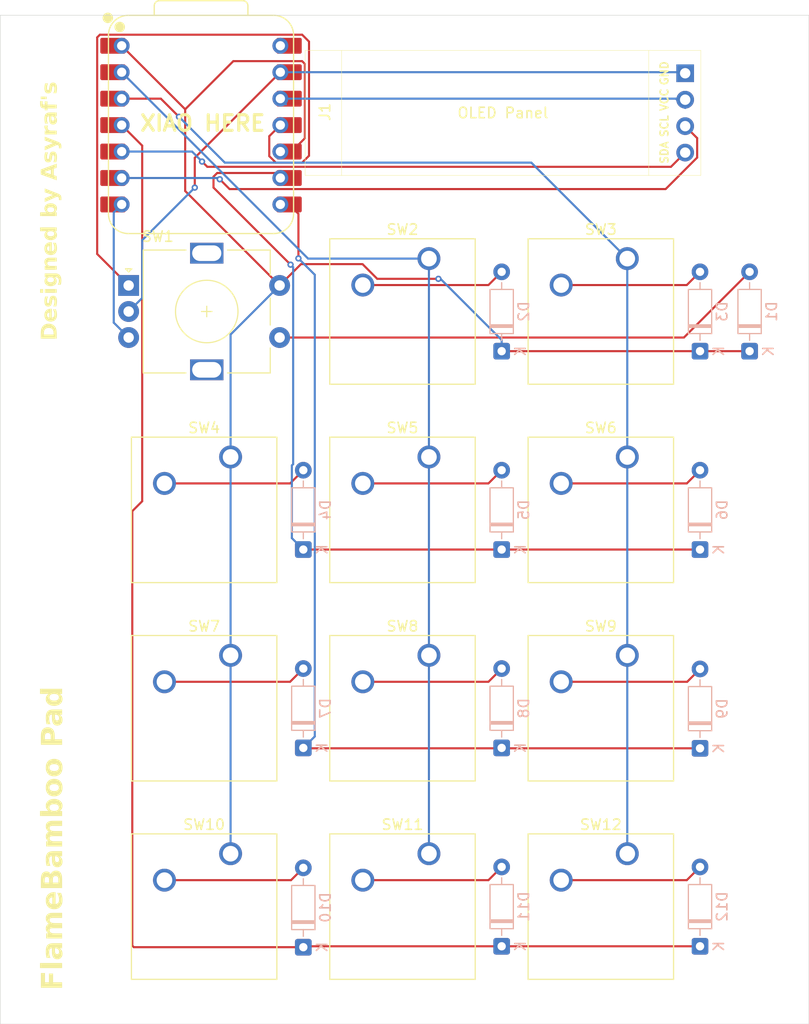
<source format=kicad_pcb>
(kicad_pcb (version 20241229) (generator "pcbnew") (generator_version "9.0")
  (layers (0 "F.Cu" signal) (2 "B.Cu" signal) (13 "F.Paste" user) (15 "B.Paste" user) (5 "F.SilkS" user "F.Silkscreen") (7 "B.SilkS" user "B.Silkscreen") (1 "F.Mask" user) (3 "B.Mask" user) (25 "Edge.Cuts" user))
  (net 0 "")
  (net 1 "+3.3V")
  (net 2 "+5V")
  (net 3 "GND")
  (net 4 "Net-(D3-A)")
  (net 5 "Net-(D4-A)")
  (net 6 "Net-(D5-A)")
  (net 7 "Net-(D6-A)")
  (net 8 "Row 1")
  (net 9 "Net-(D7-A)")
  (net 10 "Net-(D8-A)")
  (net 11 "Net-(D9-A)")
  (net 12 "Row 2")
  (net 13 "Net-(D10-A)")
  (net 14 "Net-(D11-A)")
  (net 15 "Net-(D12-A)")
  (net 16 "Col 0")
  (net 17 "SCL")
  (net 18 "SDA")
  (net 19 "Col 2")
  (net 20 "SW1 A")
  (net 21 "SW1 B")
  (net 22 "Row 3")
  (net 23 "Net-(D1-A)")
  (net 24 "Net-(D2-A)")
  (net 25 "Col 1")
  (footprint "Rotary_Encoder:RotaryEncoder_Alps_EC11E-Switch_Vertical_H20mm" (layer "F.Cu") (at 109.05 79)
    (property "Reference" "SW1" (at 2.8 -4.7 0) (layer "F.SilkS"))
    (property "Value" "RotaryEncoder_Switch")
    (fp_line (start -0.3 -1.6) (end 0.3 -1.6) (stroke (width 0.12)) (layer "F.SilkS"))
    (fp_line (start 0 -1.3) (end -0.3 -1.6) (stroke (width 0.12)) (layer "F.SilkS"))
    (fp_line (start 0.3 -1.6) (end 0 -1.3) (stroke (width 0.12)) (layer "F.SilkS"))
    (fp_line (start 1.4 -3.4) (end 1.4 8.4) (stroke (width 0.12)) (layer "F.SilkS"))
    (fp_line (start 5.5 -3.4) (end 1.4 -3.4) (stroke (width 0.12)) (layer "F.SilkS"))
    (fp_line (start 5.5 8.4) (end 1.4 8.4) (stroke (width 0.12)) (layer "F.SilkS"))
    (fp_line (start 7 2.5) (end 8 2.5) (stroke (width 0.12)) (layer "F.SilkS"))
    (fp_line (start 7.5 2) (end 7.5 3) (stroke (width 0.12)) (layer "F.SilkS"))
    (fp_line (start 9.5 -3.4) (end 13.6 -3.4) (stroke (width 0.12)) (layer "F.SilkS"))
    (fp_line (start 13.6 -3.4) (end 13.6 -1) (stroke (width 0.12)) (layer "F.SilkS"))
    (fp_line (start 13.6 1.2) (end 13.6 3.8) (stroke (width 0.12)) (layer "F.SilkS"))
    (fp_line (start 13.6 6) (end 13.6 8.4) (stroke (width 0.12)) (layer "F.SilkS"))
    (fp_line (start 13.6 8.4) (end 9.5 8.4) (stroke (width 0.12)) (layer "F.SilkS"))
    (fp_circle (center 7.5 2.5) (end 10.5 2.5) (stroke (width 0.12)) (fill no) (layer "F.SilkS"))
    (pad "A" thru_hole rect (at 0 0) (size 2 2) (drill 1) (layers "*.Cu" "*.Mask") (net 20 "SW1 A"))
    (pad "B" thru_hole circle (at 0 5) (size 2 2) (drill 1) (layers "*.Cu" "*.Mask") (net 21 "SW1 B"))
    (pad "C" thru_hole circle (at 0 2.5) (size 2 2) (drill 1) (layers "*.Cu" "*.Mask") (net 3 "GND"))
    (pad "MP" thru_hole rect (at 7.5 -3.1) (size 3.2 2) (drill oval 2.8 1.5) (layers "*.Cu" "*.Mask"))
    (pad "MP" thru_hole rect (at 7.5 8.1) (size 3.2 2) (drill oval 2.8 1.5) (layers "*.Cu" "*.Mask"))
    (pad "S1" thru_hole circle (at 14.5 5) (size 2 2) (drill 1) (layers "*.Cu" "*.Mask") (net 23 "Net-(D1-A)"))
    (pad "S2" thru_hole circle (at 14.5 0) (size 2 2) (drill 1) (layers "*.Cu" "*.Mask") (net 16 "Col 0"))
  )
  (footprint "Button_Switch_Keyboard:SW_Cherry_MX_1.00u_PCB" (layer "F.Cu") (at 118.84 133.57)
    (property "Reference" "SW10" (at -2.54 -2.794 0) (layer "F.SilkS"))
    (property "Value" "SW_Push")
    (fp_line (start -9.525 -1.905) (end 4.445 -1.905) (stroke (width 0.12)) (layer "F.SilkS"))
    (fp_line (start -9.525 12.065) (end -9.525 -1.905) (stroke (width 0.12)) (layer "F.SilkS"))
    (fp_line (start 4.445 -1.905) (end 4.445 12.065) (stroke (width 0.12)) (layer "F.SilkS"))
    (fp_line (start 4.445 12.065) (end -9.525 12.065) (stroke (width 0.12)) (layer "F.SilkS"))
    (pad "" np_thru_hole circle (at -7.62 5.08) (size 1.7 1.7) (drill 1.7) (layers "*.Cu" "*.Mask"))
    (pad "" np_thru_hole circle (at -2.54 5.08) (size 4 4) (drill 4) (layers "*.Cu" "*.Mask"))
    (pad "" np_thru_hole circle (at 2.54 5.08) (size 1.7 1.7) (drill 1.7) (layers "*.Cu" "*.Mask"))
    (pad "1" thru_hole circle (at 0 0) (size 2.2 2.2) (drill 1.5) (layers "*.Cu" "*.Mask") (net 16 "Col 0"))
    (pad "2" thru_hole circle (at -6.35 2.54) (size 2.2 2.2) (drill 1.5) (layers "*.Cu" "*.Mask") (net 13 "Net-(D10-A)"))
  )
  (footprint "Button_Switch_Keyboard:SW_Cherry_MX_1.00u_PCB" (layer "F.Cu") (at 156.94 133.57)
    (property "Reference" "SW12" (at -2.54 -2.794 0) (layer "F.SilkS"))
    (property "Value" "SW_Push")
    (fp_line (start -9.525 -1.905) (end 4.445 -1.905) (stroke (width 0.12)) (layer "F.SilkS"))
    (fp_line (start -9.525 12.065) (end -9.525 -1.905) (stroke (width 0.12)) (layer "F.SilkS"))
    (fp_line (start 4.445 -1.905) (end 4.445 12.065) (stroke (width 0.12)) (layer "F.SilkS"))
    (fp_line (start 4.445 12.065) (end -9.525 12.065) (stroke (width 0.12)) (layer "F.SilkS"))
    (pad "" np_thru_hole circle (at -7.62 5.08) (size 1.7 1.7) (drill 1.7) (layers "*.Cu" "*.Mask"))
    (pad "" np_thru_hole circle (at -2.54 5.08) (size 4 4) (drill 4) (layers "*.Cu" "*.Mask"))
    (pad "" np_thru_hole circle (at 2.54 5.08) (size 1.7 1.7) (drill 1.7) (layers "*.Cu" "*.Mask"))
    (pad "1" thru_hole circle (at 0 0) (size 2.2 2.2) (drill 1.5) (layers "*.Cu" "*.Mask") (net 19 "Col 2"))
    (pad "2" thru_hole circle (at -6.35 2.54) (size 2.2 2.2) (drill 1.5) (layers "*.Cu" "*.Mask") (net 15 "Net-(D12-A)"))
  )
  (footprint "Oled 128x32:SSD1306-0.91-OLED-4pin-128x32" (layer "F.Cu") (at 126 56.43)
    (property "Reference" "J1" (at 1.9 5.91 90) (layer "F.SilkS"))
    (property "Value" "Conn_01x04_Pin")
    (fp_line (start 0 0) (end 0 12) (stroke (width 0.04)) (layer "F.SilkS"))
    (fp_line (start 0 12) (end 38 12) (stroke (width 0.04)) (layer "F.SilkS"))
    (fp_line (start 3.5 0) (end 3.5 12) (stroke (width 0.04)) (layer "F.SilkS"))
    (fp_line (start 33 0) (end 33 12) (stroke (width 0.04)) (layer "F.SilkS"))
    (fp_line (start 38 0) (end 0 0) (stroke (width 0.04)) (layer "F.SilkS"))
    (fp_line (start 38 12) (end 38 0) (stroke (width 0.04)) (layer "F.SilkS"))
    (fp_text user "SDA" (at 34.5 9.81 270) (layer "F.SilkS") (effects (font (size 0.75 0.75))))
    (fp_text user "GND" (at 34.5 2.19 270) (layer "F.SilkS") (effects (font (size 0.75 0.75))))
    (fp_text user "SCL" (at 34.5 7.27 270) (layer "F.SilkS") (effects (font (size 0.75 0.75))))
    (fp_text user "OLED Panel" (at 19 6 0) (layer "F.SilkS"))
    (fp_text user "VCC" (at 34.5 4.73 270) (layer "F.SilkS") (effects (font (size 0.75 0.75))))
    (pad "1" thru_hole rect (at 36.5 2.19) (size 1.7 1.7) (drill 1) (layers "*.Cu" "*.Mask") (net 3 "GND"))
    (pad "2" thru_hole oval (at 36.5 4.73) (size 1.7 1.7) (drill 1) (layers "*.Cu" "*.Mask") (net 1 "+3.3V"))
    (pad "3" thru_hole oval (at 36.5 7.27) (size 1.7 1.7) (drill 1) (layers "*.Cu" "*.Mask") (net 17 "SCL"))
    (pad "4" thru_hole oval (at 36.5 9.81) (size 1.7 1.7) (drill 1) (layers "*.Cu" "*.Mask") (net 18 "SDA"))
  )
  (footprint "Button_Switch_Keyboard:SW_Cherry_MX_1.00u_PCB" (layer "F.Cu") (at 137.89 95.47)
    (property "Reference" "SW5" (at -2.54 -2.794 0) (layer "F.SilkS"))
    (property "Value" "SW_Push")
    (fp_line (start -9.525 -1.905) (end 4.445 -1.905) (stroke (width 0.12)) (layer "F.SilkS"))
    (fp_line (start -9.525 12.065) (end -9.525 -1.905) (stroke (width 0.12)) (layer "F.SilkS"))
    (fp_line (start 4.445 -1.905) (end 4.445 12.065) (stroke (width 0.12)) (layer "F.SilkS"))
    (fp_line (start 4.445 12.065) (end -9.525 12.065) (stroke (width 0.12)) (layer "F.SilkS"))
    (pad "" np_thru_hole circle (at -7.62 5.08) (size 1.7 1.7) (drill 1.7) (layers "*.Cu" "*.Mask"))
    (pad "" np_thru_hole circle (at -2.54 5.08) (size 4 4) (drill 4) (layers "*.Cu" "*.Mask"))
    (pad "" np_thru_hole circle (at 2.54 5.08) (size 1.7 1.7) (drill 1.7) (layers "*.Cu" "*.Mask"))
    (pad "1" thru_hole circle (at 0 0) (size 2.2 2.2) (drill 1.5) (layers "*.Cu" "*.Mask") (net 25 "Col 1"))
    (pad "2" thru_hole circle (at -6.35 2.54) (size 2.2 2.2) (drill 1.5) (layers "*.Cu" "*.Mask") (net 6 "Net-(D5-A)"))
  )
  (footprint "Button_Switch_Keyboard:SW_Cherry_MX_1.00u_PCB" (layer "F.Cu") (at 156.94 76.42)
    (property "Reference" "SW3" (at -2.54 -2.794 0) (layer "F.SilkS"))
    (property "Value" "SW_Push")
    (fp_line (start -9.525 -1.905) (end 4.445 -1.905) (stroke (width 0.12)) (layer "F.SilkS"))
    (fp_line (start -9.525 12.065) (end -9.525 -1.905) (stroke (width 0.12)) (layer "F.SilkS"))
    (fp_line (start 4.445 -1.905) (end 4.445 12.065) (stroke (width 0.12)) (layer "F.SilkS"))
    (fp_line (start 4.445 12.065) (end -9.525 12.065) (stroke (width 0.12)) (layer "F.SilkS"))
    (pad "" np_thru_hole circle (at -7.62 5.08) (size 1.7 1.7) (drill 1.7) (layers "*.Cu" "*.Mask"))
    (pad "" np_thru_hole circle (at -2.54 5.08) (size 4 4) (drill 4) (layers "*.Cu" "*.Mask"))
    (pad "" np_thru_hole circle (at 2.54 5.08) (size 1.7 1.7) (drill 1.7) (layers "*.Cu" "*.Mask"))
    (pad "1" thru_hole circle (at 0 0) (size 2.2 2.2) (drill 1.5) (layers "*.Cu" "*.Mask") (net 19 "Col 2"))
    (pad "2" thru_hole circle (at -6.35 2.54) (size 2.2 2.2) (drill 1.5) (layers "*.Cu" "*.Mask") (net 4 "Net-(D3-A)"))
  )
  (footprint "Button_Switch_Keyboard:SW_Cherry_MX_1.00u_PCB" (layer "F.Cu") (at 118.84 114.52)
    (property "Reference" "SW7" (at -2.54 -2.794 0) (layer "F.SilkS"))
    (property "Value" "SW_Push")
    (fp_line (start -9.525 -1.905) (end 4.445 -1.905) (stroke (width 0.12)) (layer "F.SilkS"))
    (fp_line (start -9.525 12.065) (end -9.525 -1.905) (stroke (width 0.12)) (layer "F.SilkS"))
    (fp_line (start 4.445 -1.905) (end 4.445 12.065) (stroke (width 0.12)) (layer "F.SilkS"))
    (fp_line (start 4.445 12.065) (end -9.525 12.065) (stroke (width 0.12)) (layer "F.SilkS"))
    (pad "" np_thru_hole circle (at -7.62 5.08) (size 1.7 1.7) (drill 1.7) (layers "*.Cu" "*.Mask"))
    (pad "" np_thru_hole circle (at -2.54 5.08) (size 4 4) (drill 4) (layers "*.Cu" "*.Mask"))
    (pad "" np_thru_hole circle (at 2.54 5.08) (size 1.7 1.7) (drill 1.7) (layers "*.Cu" "*.Mask"))
    (pad "1" thru_hole circle (at 0 0) (size 2.2 2.2) (drill 1.5) (layers "*.Cu" "*.Mask") (net 16 "Col 0"))
    (pad "2" thru_hole circle (at -6.35 2.54) (size 2.2 2.2) (drill 1.5) (layers "*.Cu" "*.Mask") (net 9 "Net-(D7-A)"))
  )
  (footprint "Button_Switch_Keyboard:SW_Cherry_MX_1.00u_PCB" (layer "F.Cu") (at 137.89 133.57)
    (property "Reference" "SW11" (at -2.54 -2.794 0) (layer "F.SilkS"))
    (property "Value" "SW_Push")
    (fp_line (start -9.525 -1.905) (end 4.445 -1.905) (stroke (width 0.12)) (layer "F.SilkS"))
    (fp_line (start -9.525 12.065) (end -9.525 -1.905) (stroke (width 0.12)) (layer "F.SilkS"))
    (fp_line (start 4.445 -1.905) (end 4.445 12.065) (stroke (width 0.12)) (layer "F.SilkS"))
    (fp_line (start 4.445 12.065) (end -9.525 12.065) (stroke (width 0.12)) (layer "F.SilkS"))
    (pad "" np_thru_hole circle (at -7.62 5.08) (size 1.7 1.7) (drill 1.7) (layers "*.Cu" "*.Mask"))
    (pad "" np_thru_hole circle (at -2.54 5.08) (size 4 4) (drill 4) (layers "*.Cu" "*.Mask"))
    (pad "" np_thru_hole circle (at 2.54 5.08) (size 1.7 1.7) (drill 1.7) (layers "*.Cu" "*.Mask"))
    (pad "1" thru_hole circle (at 0 0) (size 2.2 2.2) (drill 1.5) (layers "*.Cu" "*.Mask") (net 25 "Col 1"))
    (pad "2" thru_hole circle (at -6.35 2.54) (size 2.2 2.2) (drill 1.5) (layers "*.Cu" "*.Mask") (net 14 "Net-(D11-A)"))
  )
  (footprint "Button_Switch_Keyboard:SW_Cherry_MX_1.00u_PCB" (layer "F.Cu") (at 137.89 76.42)
    (property "Reference" "SW2" (at -2.54 -2.794 0) (layer "F.SilkS"))
    (property "Value" "SW_Push")
    (fp_line (start -9.525 -1.905) (end 4.445 -1.905) (stroke (width 0.12)) (layer "F.SilkS"))
    (fp_line (start -9.525 12.065) (end -9.525 -1.905) (stroke (width 0.12)) (layer "F.SilkS"))
    (fp_line (start 4.445 -1.905) (end 4.445 12.065) (stroke (width 0.12)) (layer "F.SilkS"))
    (fp_line (start 4.445 12.065) (end -9.525 12.065) (stroke (width 0.12)) (layer "F.SilkS"))
    (pad "" np_thru_hole circle (at -7.62 5.08) (size 1.7 1.7) (drill 1.7) (layers "*.Cu" "*.Mask"))
    (pad "" np_thru_hole circle (at -2.54 5.08) (size 4 4) (drill 4) (layers "*.Cu" "*.Mask"))
    (pad "" np_thru_hole circle (at 2.54 5.08) (size 1.7 1.7) (drill 1.7) (layers "*.Cu" "*.Mask"))
    (pad "1" thru_hole circle (at 0 0) (size 2.2 2.2) (drill 1.5) (layers "*.Cu" "*.Mask") (net 25 "Col 1"))
    (pad "2" thru_hole circle (at -6.35 2.54) (size 2.2 2.2) (drill 1.5) (layers "*.Cu" "*.Mask") (net 24 "Net-(D2-A)"))
  )
  (footprint "Button_Switch_Keyboard:SW_Cherry_MX_1.00u_PCB" (layer "F.Cu") (at 156.94 114.52)
    (property "Reference" "SW9" (at -2.54 -2.794 0) (layer "F.SilkS"))
    (property "Value" "SW_Push")
    (fp_line (start -9.525 -1.905) (end 4.445 -1.905) (stroke (width 0.12)) (layer "F.SilkS"))
    (fp_line (start -9.525 12.065) (end -9.525 -1.905) (stroke (width 0.12)) (layer "F.SilkS"))
    (fp_line (start 4.445 -1.905) (end 4.445 12.065) (stroke (width 0.12)) (layer "F.SilkS"))
    (fp_line (start 4.445 12.065) (end -9.525 12.065) (stroke (width 0.12)) (layer "F.SilkS"))
    (pad "" np_thru_hole circle (at -7.62 5.08) (size 1.7 1.7) (drill 1.7) (layers "*.Cu" "*.Mask"))
    (pad "" np_thru_hole circle (at -2.54 5.08) (size 4 4) (drill 4) (layers "*.Cu" "*.Mask"))
    (pad "" np_thru_hole circle (at 2.54 5.08) (size 1.7 1.7) (drill 1.7) (layers "*.Cu" "*.Mask"))
    (pad "1" thru_hole circle (at 0 0) (size 2.2 2.2) (drill 1.5) (layers "*.Cu" "*.Mask") (net 19 "Col 2"))
    (pad "2" thru_hole circle (at -6.35 2.54) (size 2.2 2.2) (drill 1.5) (layers "*.Cu" "*.Mask") (net 11 "Net-(D9-A)"))
  )
  (footprint "Button_Switch_Keyboard:SW_Cherry_MX_1.00u_PCB" (layer "F.Cu") (at 118.84 95.47)
    (property "Reference" "SW4" (at -2.54 -2.794 0) (layer "F.SilkS"))
    (property "Value" "SW_Push")
    (fp_line (start -9.525 -1.905) (end 4.445 -1.905) (stroke (width 0.12)) (layer "F.SilkS"))
    (fp_line (start -9.525 12.065) (end -9.525 -1.905) (stroke (width 0.12)) (layer "F.SilkS"))
    (fp_line (start 4.445 -1.905) (end 4.445 12.065) (stroke (width 0.12)) (layer "F.SilkS"))
    (fp_line (start 4.445 12.065) (end -9.525 12.065) (stroke (width 0.12)) (layer "F.SilkS"))
    (pad "" np_thru_hole circle (at -7.62 5.08) (size 1.7 1.7) (drill 1.7) (layers "*.Cu" "*.Mask"))
    (pad "" np_thru_hole circle (at -2.54 5.08) (size 4 4) (drill 4) (layers "*.Cu" "*.Mask"))
    (pad "" np_thru_hole circle (at 2.54 5.08) (size 1.7 1.7) (drill 1.7) (layers "*.Cu" "*.Mask"))
    (pad "1" thru_hole circle (at 0 0) (size 2.2 2.2) (drill 1.5) (layers "*.Cu" "*.Mask") (net 16 "Col 0"))
    (pad "2" thru_hole circle (at -6.35 2.54) (size 2.2 2.2) (drill 1.5) (layers "*.Cu" "*.Mask") (net 5 "Net-(D4-A)"))
  )
  (footprint "OPL:XIAO-RP2040-DIP" (layer "F.Cu") (at 116 63.6)
    (property "Reference" "U1" (hide yes))
    (property "Value" "XIAO-RP2040-DIP")
    (fp_line (start -8.89 8.509) (end -8.89 -8.636) (stroke (width 0.127)) (layer "F.SilkS"))
    (fp_line (start -6.985 10.414) (end 6.985 10.414) (stroke (width 0.127)) (layer "F.SilkS"))
    (fp_line (start -4.495 -10.541) (end -4.491272 -11.451272) (stroke (width 0.127)) (layer "F.SilkS"))
    (fp_line (start -3.991272 -11.951) (end 4.004 -11.951) (stroke (width 0.127)) (layer "F.SilkS"))
    (fp_line (start 4.504 -11.451) (end 4.504 -10.541) (stroke (width 0.127)) (layer "F.SilkS"))
    (fp_line (start 6.985 -10.541) (end -6.985 -10.541) (stroke (width 0.1)) (layer "F.SilkS"))
    (fp_line (start 6.985 -10.541) (end -6.985 -10.541) (stroke (width 0.127)) (layer "F.SilkS"))
    (fp_line (start 8.89 8.509) (end 8.89 -8.636) (stroke (width 0.127)) (layer "F.SilkS"))
    (fp_arc (start -8.89 -8.636) (mid -8.332038 -9.983038) (end -6.985 -10.541) (stroke (width 0.127)) (layer "F.SilkS"))
    (fp_arc (start -6.985 10.414) (mid -8.332038 9.856038) (end -8.89 8.509) (stroke (width 0.127)) (layer "F.SilkS"))
    (fp_arc (start -4.491272 -11.451272) (mid -4.344728 -11.80464) (end -3.991272 -11.951) (stroke (width 0.127)) (layer "F.SilkS"))
    (fp_arc (start 4.004 -11.951) (mid 4.357553 -11.804553) (end 4.504 -11.451) (stroke (width 0.127)) (layer "F.SilkS"))
    (fp_arc (start 6.985 -10.541) (mid 8.332038 -9.983038) (end 8.89 -8.636) (stroke (width 0.127)) (layer "F.SilkS"))
    (fp_arc (start 8.89 8.509) (mid 8.332038 9.856038) (end 6.985 10.414) (stroke (width 0.127)) (layer "F.SilkS"))
    (fp_circle (center -8.95 -10.3) (end -8.95 -10.554) (stroke (width 0.5)) (fill yes) (layer "F.SilkS"))
    (fp_circle (center -7.807 -9.42) (end -7.807 -9.674) (stroke (width 0.5)) (fill yes) (layer "F.SilkS"))
    (pad "1" smd roundrect (at -8.455 -7.62 180) (size 2.432 1.524) (layers "F.Cu" "F.Mask") (roundrect_rratio 0.1) (net 16 "Col 0"))
    (pad "1" thru_hole circle (at -7.62 -7.62 180) (size 1.524 1.524) (drill 0.889) (layers "*.Cu" "*.Mask") (net 16 "Col 0"))
    (pad "2" smd roundrect (at -8.455 -5.08 180) (size 2.432 1.524) (layers "F.Cu" "F.Mask") (roundrect_rratio 0.1) (net 25 "Col 1"))
    (pad "2" thru_hole circle (at -7.62 -5.08 180) (size 1.524 1.524) (drill 0.889) (layers "*.Cu" "*.Mask") (net 25 "Col 1"))
    (pad "3" smd roundrect (at -8.455 -2.54 180) (size 2.432 1.524) (layers "F.Cu" "F.Mask") (roundrect_rratio 0.1) (net 19 "Col 2"))
    (pad "3" thru_hole circle (at -7.62 -2.54 180) (size 1.524 1.524) (drill 0.889) (layers "*.Cu" "*.Mask") (net 19 "Col 2"))
    (pad "4" smd roundrect (at -8.455 0 180) (size 2.432 1.524) (layers "F.Cu" "F.Mask") (roundrect_rratio 0.1) (net 22 "Row 3"))
    (pad "4" thru_hole circle (at -7.62 0 180) (size 1.524 1.524) (drill 0.889) (layers "*.Cu" "*.Mask") (net 22 "Row 3"))
    (pad "5" smd roundrect (at -8.455 2.54 180) (size 2.432 1.524) (layers "F.Cu" "F.Mask") (roundrect_rratio 0.1) (net 18 "SDA"))
    (pad "5" thru_hole circle (at -7.62 2.54 180) (size 1.524 1.524) (drill 0.889) (layers "*.Cu" "*.Mask") (net 18 "SDA"))
    (pad "6" smd roundrect (at -8.455 5.08 180) (size 2.432 1.524) (layers "F.Cu" "F.Mask") (roundrect_rratio 0.1) (net 17 "SCL"))
    (pad "6" thru_hole circle (at -7.62 5.08 180) (size 1.524 1.524) (drill 0.889) (layers "*.Cu" "*.Mask") (net 17 "SCL"))
    (pad "7" smd roundrect (at -8.455 7.62 180) (size 2.432 1.524) (layers "F.Cu" "F.Mask") (roundrect_rratio 0.1) (net 21 "SW1 B"))
    (pad "7" thru_hole circle (at -7.62 7.62 180) (size 1.524 1.524) (drill 0.889) (layers "*.Cu" "*.Mask") (net 21 "SW1 B"))
    (pad "8" thru_hole circle (at 7.62 7.62) (size 1.524 1.524) (drill 0.889) (layers "*.Cu" "*.Mask") (net 12 "Row 2"))
    (pad "8" smd roundrect (at 8.455 7.62) (size 2.432 1.524) (layers "F.Cu" "F.Mask") (roundrect_rratio 0.1) (net 12 "Row 2"))
    (pad "9" thru_hole circle (at 7.62 5.08) (size 1.524 1.524) (drill 0.889) (layers "*.Cu" "*.Mask") (net 8 "Row 1"))
    (pad "9" smd roundrect (at 8.455 5.08) (size 2.432 1.524) (layers "F.Cu" "F.Mask") (roundrect_rratio 0.1) (net 8 "Row 1"))
    (pad "10" thru_hole circle (at 7.62 2.54) (size 1.524 1.524) (drill 0.889) (layers "*.Cu" "*.Mask") (net 16 "Col 0"))
    (pad "10" smd roundrect (at 8.455 2.54) (size 2.432 1.524) (layers "F.Cu" "F.Mask") (roundrect_rratio 0.1) (net 16 "Col 0"))
    (pad "11" thru_hole circle (at 7.62 0) (size 1.524 1.524) (drill 0.889) (layers "*.Cu" "*.Mask") (net 20 "SW1 A"))
    (pad "11" smd roundrect (at 8.455 0) (size 2.432 1.524) (layers "F.Cu" "F.Mask") (roundrect_rratio 0.1) (net 20 "SW1 A"))
    (pad "12" thru_hole circle (at 7.62 -2.54) (size 1.524 1.524) (drill 0.889) (layers "*.Cu" "*.Mask") (net 1 "+3.3V"))
    (pad "12" smd roundrect (at 8.455 -2.54) (size 2.432 1.524) (layers "F.Cu" "F.Mask") (roundrect_rratio 0.1) (net 1 "+3.3V"))
    (pad "13" thru_hole circle (at 7.62 -5.08) (size 1.524 1.524) (drill 0.889) (layers "*.Cu" "*.Mask") (net 3 "GND"))
    (pad "13" smd roundrect (at 8.455 -5.08) (size 2.432 1.524) (layers "F.Cu" "F.Mask") (roundrect_rratio 0.1) (net 3 "GND"))
    (pad "14" thru_hole circle (at 7.62 -7.62) (size 1.524 1.524) (drill 0.889) (layers "*.Cu" "*.Mask") (net 2 "+5V"))
    (pad "14" smd roundrect (at 8.455 -7.62) (size 2.432 1.524) (layers "F.Cu" "F.Mask") (roundrect_rratio 0.1) (net 2 "+5V"))
  )
  (footprint "Button_Switch_Keyboard:SW_Cherry_MX_1.00u_PCB" (layer "F.Cu") (at 156.94 95.47)
    (property "Reference" "SW6" (at -2.54 -2.794 0) (layer "F.SilkS"))
    (property "Value" "SW_Push")
    (fp_line (start -9.525 -1.905) (end 4.445 -1.905) (stroke (width 0.12)) (layer "F.SilkS"))
    (fp_line (start -9.525 12.065) (end -9.525 -1.905) (stroke (width 0.12)) (layer "F.SilkS"))
    (fp_line (start 4.445 -1.905) (end 4.445 12.065) (stroke (width 0.12)) (layer "F.SilkS"))
    (fp_line (start 4.445 12.065) (end -9.525 12.065) (stroke (width 0.12)) (layer "F.SilkS"))
    (pad "" np_thru_hole circle (at -7.62 5.08) (size 1.7 1.7) (drill 1.7) (layers "*.Cu" "*.Mask"))
    (pad "" np_thru_hole circle (at -2.54 5.08) (size 4 4) (drill 4) (layers "*.Cu" "*.Mask"))
    (pad "" np_thru_hole circle (at 2.54 5.08) (size 1.7 1.7) (drill 1.7) (layers "*.Cu" "*.Mask"))
    (pad "1" thru_hole circle (at 0 0) (size 2.2 2.2) (drill 1.5) (layers "*.Cu" "*.Mask") (net 19 "Col 2"))
    (pad "2" thru_hole circle (at -6.35 2.54) (size 2.2 2.2) (drill 1.5) (layers "*.Cu" "*.Mask") (net 7 "Net-(D6-A)"))
  )
  (footprint "Button_Switch_Keyboard:SW_Cherry_MX_1.00u_PCB" (layer "F.Cu") (at 137.89 114.52)
    (property "Reference" "SW8" (at -2.54 -2.794 0) (layer "F.SilkS"))
    (property "Value" "SW_Push")
    (fp_line (start -9.525 -1.905) (end 4.445 -1.905) (stroke (width 0.12)) (layer "F.SilkS"))
    (fp_line (start -9.525 12.065) (end -9.525 -1.905) (stroke (width 0.12)) (layer "F.SilkS"))
    (fp_line (start 4.445 -1.905) (end 4.445 12.065) (stroke (width 0.12)) (layer "F.SilkS"))
    (fp_line (start 4.445 12.065) (end -9.525 12.065) (stroke (width 0.12)) (layer "F.SilkS"))
    (pad "" np_thru_hole circle (at -7.62 5.08) (size 1.7 1.7) (drill 1.7) (layers "*.Cu" "*.Mask"))
    (pad "" np_thru_hole circle (at -2.54 5.08) (size 4 4) (drill 4) (layers "*.Cu" "*.Mask"))
    (pad "" np_thru_hole circle (at 2.54 5.08) (size 1.7 1.7) (drill 1.7) (layers "*.Cu" "*.Mask"))
    (pad "1" thru_hole circle (at 0 0) (size 2.2 2.2) (drill 1.5) (layers "*.Cu" "*.Mask") (net 25 "Col 1"))
    (pad "2" thru_hole circle (at -6.35 2.54) (size 2.2 2.2) (drill 1.5) (layers "*.Cu" "*.Mask") (net 10 "Net-(D8-A)"))
  )
  (footprint "Diode_THT:D_DO-35_SOD27_P7.62mm_Horizontal" (layer "B.Cu") (at 168.6875 85.31 90)
    (property "Reference" "D1" (at 3.81 2.12 90) (layer "B.SilkS") (effects (justify mirror)))
    (property "Value" "1N4148")
    (fp_line (start 6.58 0) (end 5.93 0) (stroke (width 0.12)) (layer "B.SilkS"))
    (fp_line (start 1.04 0) (end 1.69 0) (stroke (width 0.12)) (layer "B.SilkS"))
    (fp_line (start 2.53 1.12) (end 2.53 -1.12) (stroke (width 0.12)) (layer "B.SilkS"))
    (fp_line (start 2.41 1.12) (end 2.41 -1.12) (stroke (width 0.12)) (layer "B.SilkS"))
    (fp_line (start 2.29 1.12) (end 2.29 -1.12) (stroke (width 0.12)) (layer "B.SilkS"))
    (fp_rect (start 1.69 1.12) (end 5.93 -1.12) (stroke (width 0.12)) (fill no) (layer "B.SilkS"))
    (fp_text user "K" (at 0 1.8 90) (layer "B.SilkS") (effects (justify mirror)))
    (pad "1" thru_hole roundrect (at 0 0 90) (size 1.6 1.6) (drill 0.8) (layers "*.Cu" "*.Mask") (roundrect_rratio 0.15625) (net 16 "Col 0"))
    (pad "2" thru_hole circle (at 7.62 0 90) (size 1.6 1.6) (drill 0.8) (layers "*.Cu" "*.Mask") (net 23 "Net-(D1-A)"))
  )
  (footprint "Diode_THT:D_DO-35_SOD27_P7.62mm_Horizontal" (layer "B.Cu") (at 163.925 104.36 90)
    (property "Reference" "D6" (at 3.81 2.12 90) (layer "B.SilkS") (effects (justify mirror)))
    (property "Value" "1N4148")
    (fp_line (start 6.58 0) (end 5.93 0) (stroke (width 0.12)) (layer "B.SilkS"))
    (fp_line (start 1.04 0) (end 1.69 0) (stroke (width 0.12)) (layer "B.SilkS"))
    (fp_line (start 2.53 1.12) (end 2.53 -1.12) (stroke (width 0.12)) (layer "B.SilkS"))
    (fp_line (start 2.41 1.12) (end 2.41 -1.12) (stroke (width 0.12)) (layer "B.SilkS"))
    (fp_line (start 2.29 1.12) (end 2.29 -1.12) (stroke (width 0.12)) (layer "B.SilkS"))
    (fp_rect (start 1.69 1.12) (end 5.93 -1.12) (stroke (width 0.12)) (fill no) (layer "B.SilkS"))
    (fp_text user "K" (at 0 1.8 90) (layer "B.SilkS") (effects (justify mirror)))
    (pad "1" thru_hole roundrect (at 0 0 90) (size 1.6 1.6) (drill 0.8) (layers "*.Cu" "*.Mask") (roundrect_rratio 0.15625) (net 8 "Row 1"))
    (pad "2" thru_hole circle (at 7.62 0 90) (size 1.6 1.6) (drill 0.8) (layers "*.Cu" "*.Mask") (net 7 "Net-(D6-A)"))
  )
  (footprint "Diode_THT:D_DO-35_SOD27_P7.62mm_Horizontal" (layer "B.Cu") (at 144.875 142.46 90)
    (property "Reference" "D11" (at 3.81 2.12 90) (layer "B.SilkS") (effects (justify mirror)))
    (property "Value" "1N4148")
    (fp_line (start 6.58 0) (end 5.93 0) (stroke (width 0.12)) (layer "B.SilkS"))
    (fp_line (start 1.04 0) (end 1.69 0) (stroke (width 0.12)) (layer "B.SilkS"))
    (fp_line (start 2.53 1.12) (end 2.53 -1.12) (stroke (width 0.12)) (layer "B.SilkS"))
    (fp_line (start 2.41 1.12) (end 2.41 -1.12) (stroke (width 0.12)) (layer "B.SilkS"))
    (fp_line (start 2.29 1.12) (end 2.29 -1.12) (stroke (width 0.12)) (layer "B.SilkS"))
    (fp_rect (start 1.69 1.12) (end 5.93 -1.12) (stroke (width 0.12)) (fill no) (layer "B.SilkS"))
    (fp_text user "K" (at 0 1.8 90) (layer "B.SilkS") (effects (justify mirror)))
    (pad "1" thru_hole roundrect (at 0 0 90) (size 1.6 1.6) (drill 0.8) (layers "*.Cu" "*.Mask") (roundrect_rratio 0.15625) (net 22 "Row 3"))
    (pad "2" thru_hole circle (at 7.62 0 90) (size 1.6 1.6) (drill 0.8) (layers "*.Cu" "*.Mask") (net 14 "Net-(D11-A)"))
  )
  (footprint "Diode_THT:D_DO-35_SOD27_P7.62mm_Horizontal" (layer "B.Cu") (at 125.825 104.36 90)
    (property "Reference" "D4" (at 3.81 2.12 90) (layer "B.SilkS") (effects (justify mirror)))
    (property "Value" "1N4148")
    (fp_line (start 6.58 0) (end 5.93 0) (stroke (width 0.12)) (layer "B.SilkS"))
    (fp_line (start 1.04 0) (end 1.69 0) (stroke (width 0.12)) (layer "B.SilkS"))
    (fp_line (start 2.53 1.12) (end 2.53 -1.12) (stroke (width 0.12)) (layer "B.SilkS"))
    (fp_line (start 2.41 1.12) (end 2.41 -1.12) (stroke (width 0.12)) (layer "B.SilkS"))
    (fp_line (start 2.29 1.12) (end 2.29 -1.12) (stroke (width 0.12)) (layer "B.SilkS"))
    (fp_rect (start 1.69 1.12) (end 5.93 -1.12) (stroke (width 0.12)) (fill no) (layer "B.SilkS"))
    (fp_text user "K" (at 0 1.8 90) (layer "B.SilkS") (effects (justify mirror)))
    (pad "1" thru_hole roundrect (at 0 0 90) (size 1.6 1.6) (drill 0.8) (layers "*.Cu" "*.Mask") (roundrect_rratio 0.15625) (net 8 "Row 1"))
    (pad "2" thru_hole circle (at 7.62 0 90) (size 1.6 1.6) (drill 0.8) (layers "*.Cu" "*.Mask") (net 5 "Net-(D4-A)"))
  )
  (footprint "Diode_THT:D_DO-35_SOD27_P7.62mm_Horizontal" (layer "B.Cu") (at 163.925 142.46 90)
    (property "Reference" "D12" (at 3.81 2.12 90) (layer "B.SilkS") (effects (justify mirror)))
    (property "Value" "1N4148")
    (fp_line (start 6.58 0) (end 5.93 0) (stroke (width 0.12)) (layer "B.SilkS"))
    (fp_line (start 1.04 0) (end 1.69 0) (stroke (width 0.12)) (layer "B.SilkS"))
    (fp_line (start 2.53 1.12) (end 2.53 -1.12) (stroke (width 0.12)) (layer "B.SilkS"))
    (fp_line (start 2.41 1.12) (end 2.41 -1.12) (stroke (width 0.12)) (layer "B.SilkS"))
    (fp_line (start 2.29 1.12) (end 2.29 -1.12) (stroke (width 0.12)) (layer "B.SilkS"))
    (fp_rect (start 1.69 1.12) (end 5.93 -1.12) (stroke (width 0.12)) (fill no) (layer "B.SilkS"))
    (fp_text user "K" (at 0 1.8 90) (layer "B.SilkS") (effects (justify mirror)))
    (pad "1" thru_hole roundrect (at 0 0 90) (size 1.6 1.6) (drill 0.8) (layers "*.Cu" "*.Mask") (roundrect_rratio 0.15625) (net 22 "Row 3"))
    (pad "2" thru_hole circle (at 7.62 0 90) (size 1.6 1.6) (drill 0.8) (layers "*.Cu" "*.Mask") (net 15 "Net-(D12-A)"))
  )
  (footprint "Diode_THT:D_DO-35_SOD27_P7.62mm_Horizontal" (layer "B.Cu") (at 144.875 104.36 90)
    (property "Reference" "D5" (at 3.81 2.12 90) (layer "B.SilkS") (effects (justify mirror)))
    (property "Value" "1N4148")
    (fp_line (start 6.58 0) (end 5.93 0) (stroke (width 0.12)) (layer "B.SilkS"))
    (fp_line (start 1.04 0) (end 1.69 0) (stroke (width 0.12)) (layer "B.SilkS"))
    (fp_line (start 2.53 1.12) (end 2.53 -1.12) (stroke (width 0.12)) (layer "B.SilkS"))
    (fp_line (start 2.41 1.12) (end 2.41 -1.12) (stroke (width 0.12)) (layer "B.SilkS"))
    (fp_line (start 2.29 1.12) (end 2.29 -1.12) (stroke (width 0.12)) (layer "B.SilkS"))
    (fp_rect (start 1.69 1.12) (end 5.93 -1.12) (stroke (width 0.12)) (fill no) (layer "B.SilkS"))
    (fp_text user "K" (at 0 1.8 90) (layer "B.SilkS") (effects (justify mirror)))
    (pad "1" thru_hole roundrect (at 0 0 90) (size 1.6 1.6) (drill 0.8) (layers "*.Cu" "*.Mask") (roundrect_rratio 0.15625) (net 8 "Row 1"))
    (pad "2" thru_hole circle (at 7.62 0 90) (size 1.6 1.6) (drill 0.8) (layers "*.Cu" "*.Mask") (net 6 "Net-(D5-A)"))
  )
  (footprint "Diode_THT:D_DO-35_SOD27_P7.62mm_Horizontal" (layer "B.Cu") (at 163.925 85.31 90)
    (property "Reference" "D3" (at 3.81 2.12 90) (layer "B.SilkS") (effects (justify mirror)))
    (property "Value" "1N4148")
    (fp_line (start 6.58 0) (end 5.93 0) (stroke (width 0.12)) (layer "B.SilkS"))
    (fp_line (start 1.04 0) (end 1.69 0) (stroke (width 0.12)) (layer "B.SilkS"))
    (fp_line (start 2.53 1.12) (end 2.53 -1.12) (stroke (width 0.12)) (layer "B.SilkS"))
    (fp_line (start 2.41 1.12) (end 2.41 -1.12) (stroke (width 0.12)) (layer "B.SilkS"))
    (fp_line (start 2.29 1.12) (end 2.29 -1.12) (stroke (width 0.12)) (layer "B.SilkS"))
    (fp_rect (start 1.69 1.12) (end 5.93 -1.12) (stroke (width 0.12)) (fill no) (layer "B.SilkS"))
    (fp_text user "K" (at 0 1.8 90) (layer "B.SilkS") (effects (justify mirror)))
    (pad "1" thru_hole roundrect (at 0 0 90) (size 1.6 1.6) (drill 0.8) (layers "*.Cu" "*.Mask") (roundrect_rratio 0.15625) (net 16 "Col 0"))
    (pad "2" thru_hole circle (at 7.62 0 90) (size 1.6 1.6) (drill 0.8) (layers "*.Cu" "*.Mask") (net 4 "Net-(D3-A)"))
  )
  (footprint "Diode_THT:D_DO-35_SOD27_P7.62mm_Horizontal" (layer "B.Cu") (at 144.875 85.31 90)
    (property "Reference" "D2" (at 3.81 2.12 90) (layer "B.SilkS") (effects (justify mirror)))
    (property "Value" "1N4148")
    (fp_line (start 6.58 0) (end 5.93 0) (stroke (width 0.12)) (layer "B.SilkS"))
    (fp_line (start 1.04 0) (end 1.69 0) (stroke (width 0.12)) (layer "B.SilkS"))
    (fp_line (start 2.53 1.12) (end 2.53 -1.12) (stroke (width 0.12)) (layer "B.SilkS"))
    (fp_line (start 2.41 1.12) (end 2.41 -1.12) (stroke (width 0.12)) (layer "B.SilkS"))
    (fp_line (start 2.29 1.12) (end 2.29 -1.12) (stroke (width 0.12)) (layer "B.SilkS"))
    (fp_rect (start 1.69 1.12) (end 5.93 -1.12) (stroke (width 0.12)) (fill no) (layer "B.SilkS"))
    (fp_text user "K" (at 0 1.8 90) (layer "B.SilkS") (effects (justify mirror)))
    (pad "1" thru_hole roundrect (at 0 0 90) (size 1.6 1.6) (drill 0.8) (layers "*.Cu" "*.Mask") (roundrect_rratio 0.15625) (net 16 "Col 0"))
    (pad "2" thru_hole circle (at 7.62 0 90) (size 1.6 1.6) (drill 0.8) (layers "*.Cu" "*.Mask") (net 24 "Net-(D2-A)"))
  )
  (footprint "Diode_THT:D_DO-35_SOD27_P7.62mm_Horizontal" (layer "B.Cu") (at 125.825 142.5475 90)
    (property "Reference" "D10" (at 3.81 2.12 90) (layer "B.SilkS") (effects (justify mirror)))
    (property "Value" "1N4148")
    (fp_line (start 6.58 0) (end 5.93 0) (stroke (width 0.12)) (layer "B.SilkS"))
    (fp_line (start 1.04 0) (end 1.69 0) (stroke (width 0.12)) (layer "B.SilkS"))
    (fp_line (start 2.53 1.12) (end 2.53 -1.12) (stroke (width 0.12)) (layer "B.SilkS"))
    (fp_line (start 2.41 1.12) (end 2.41 -1.12) (stroke (width 0.12)) (layer "B.SilkS"))
    (fp_line (start 2.29 1.12) (end 2.29 -1.12) (stroke (width 0.12)) (layer "B.SilkS"))
    (fp_rect (start 1.69 1.12) (end 5.93 -1.12) (stroke (width 0.12)) (fill no) (layer "B.SilkS"))
    (fp_text user "K" (at 0 1.8 90) (layer "B.SilkS") (effects (justify mirror)))
    (pad "1" thru_hole roundrect (at 0 0 90) (size 1.6 1.6) (drill 0.8) (layers "*.Cu" "*.Mask") (roundrect_rratio 0.15625) (net 22 "Row 3"))
    (pad "2" thru_hole circle (at 7.62 0 90) (size 1.6 1.6) (drill 0.8) (layers "*.Cu" "*.Mask") (net 13 "Net-(D10-A)"))
  )
  (footprint "Diode_THT:D_DO-35_SOD27_P7.62mm_Horizontal" (layer "B.Cu") (at 163.925 123.4475 90)
    (property "Reference" "D9" (at 3.81 2.12 90) (layer "B.SilkS") (effects (justify mirror)))
    (property "Value" "1N4148")
    (fp_line (start 6.58 0) (end 5.93 0) (stroke (width 0.12)) (layer "B.SilkS"))
    (fp_line (start 1.04 0) (end 1.69 0) (stroke (width 0.12)) (layer "B.SilkS"))
    (fp_line (start 2.53 1.12) (end 2.53 -1.12) (stroke (width 0.12)) (layer "B.SilkS"))
    (fp_line (start 2.41 1.12) (end 2.41 -1.12) (stroke (width 0.12)) (layer "B.SilkS"))
    (fp_line (start 2.29 1.12) (end 2.29 -1.12) (stroke (width 0.12)) (layer "B.SilkS"))
    (fp_rect (start 1.69 1.12) (end 5.93 -1.12) (stroke (width 0.12)) (fill no) (layer "B.SilkS"))
    (fp_text user "K" (at 0 1.8 90) (layer "B.SilkS") (effects (justify mirror)))
    (pad "1" thru_hole roundrect (at 0 0 90) (size 1.6 1.6) (drill 0.8) (layers "*.Cu" "*.Mask") (roundrect_rratio 0.15625) (net 12 "Row 2"))
    (pad "2" thru_hole circle (at 7.62 0 90) (size 1.6 1.6) (drill 0.8) (layers "*.Cu" "*.Mask") (net 11 "Net-(D9-A)"))
  )
  (footprint "Diode_THT:D_DO-35_SOD27_P7.62mm_Horizontal" (layer "B.Cu") (at 125.825 123.41 90)
    (property "Reference" "D7" (at 3.81 2.12 90) (layer "B.SilkS") (effects (justify mirror)))
    (property "Value" "1N4148")
    (fp_line (start 6.58 0) (end 5.93 0) (stroke (width 0.12)) (layer "B.SilkS"))
    (fp_line (start 1.04 0) (end 1.69 0) (stroke (width 0.12)) (layer "B.SilkS"))
    (fp_line (start 2.53 1.12) (end 2.53 -1.12) (stroke (width 0.12)) (layer "B.SilkS"))
    (fp_line (start 2.41 1.12) (end 2.41 -1.12) (stroke (width 0.12)) (layer "B.SilkS"))
    (fp_line (start 2.29 1.12) (end 2.29 -1.12) (stroke (width 0.12)) (layer "B.SilkS"))
    (fp_rect (start 1.69 1.12) (end 5.93 -1.12) (stroke (width 0.12)) (fill no) (layer "B.SilkS"))
    (fp_text user "K" (at 0 1.8 90) (layer "B.SilkS") (effects (justify mirror)))
    (pad "1" thru_hole roundrect (at 0 0 90) (size 1.6 1.6) (drill 0.8) (layers "*.Cu" "*.Mask") (roundrect_rratio 0.15625) (net 12 "Row 2"))
    (pad "2" thru_hole circle (at 7.62 0 90) (size 1.6 1.6) (drill 0.8) (layers "*.Cu" "*.Mask") (net 9 "Net-(D7-A)"))
  )
  (footprint "Diode_THT:D_DO-35_SOD27_P7.62mm_Horizontal" (layer "B.Cu") (at 144.875 123.41 90)
    (property "Reference" "D8" (at 3.81 2.12 90) (layer "B.SilkS") (effects (justify mirror)))
    (property "Value" "1N4148")
    (fp_line (start 6.58 0) (end 5.93 0) (stroke (width 0.12)) (layer "B.SilkS"))
    (fp_line (start 1.04 0) (end 1.69 0) (stroke (width 0.12)) (layer "B.SilkS"))
    (fp_line (start 2.53 1.12) (end 2.53 -1.12) (stroke (width 0.12)) (layer "B.SilkS"))
    (fp_line (start 2.41 1.12) (end 2.41 -1.12) (stroke (width 0.12)) (layer "B.SilkS"))
    (fp_line (start 2.29 1.12) (end 2.29 -1.12) (stroke (width 0.12)) (layer "B.SilkS"))
    (fp_rect (start 1.69 1.12) (end 5.93 -1.12) (stroke (width 0.12)) (fill no) (layer "B.SilkS"))
    (fp_text user "K" (at 0 1.8 90) (layer "B.SilkS") (effects (justify mirror)))
    (pad "1" thru_hole roundrect (at 0 0 90) (size 1.6 1.6) (drill 0.8) (layers "*.Cu" "*.Mask") (roundrect_rratio 0.15625) (net 12 "Row 2"))
    (pad "2" thru_hole circle (at 7.62 0 90) (size 1.6 1.6) (drill 0.8) (layers "*.Cu" "*.Mask") (net 10 "Net-(D8-A)"))
  )
  (gr_rect (start 96.71875 53.05) (end 174.38125 149.93125) (stroke (width 0.05)) (fill no) (layer "Edge.Cuts"))
  (gr_text "XIAO HERE" (at 110 64.3 0) (layer "F.SilkS") (effects (font (size 1.5 1.5) (thickness 0.3) (bold yes)) (justify left bottom)))
  (gr_text "Designed by Asyraf's" (at 102.39375 84.3 90) (layer "F.SilkS") (effects (font (size 1.5 1.5) (thickness 0.3) (bold yes)) (justify left bottom)))
  (gr_text "FlameBamboo Pad" (at 103 146.7 90) (layer "F.SilkS") (effects (font (size 2 2) (thickness 0.3) (bold yes)) (justify left bottom)))
  (segment (start 123.62 61.06) (end 162.4 61.06) (width 0.2) (layer "B.Cu") (net 1))
  (segment (start 162.4 61.06) (end 162.5 61.16) (width 0.2) (layer "B.Cu") (net 1))
  (segment (start 123.62 61.06) (end 124.16 61.6) (width 0.2) (layer "B.Cu") (net 1))
  (segment (start 161.6 61.06) (end 162.5 61.96) (width 0.2) (layer "B.Cu") (net 1))
  (segment (start 123.62 58.52) (end 115.4 66.74) (width 0.2) (layer "F.Cu") (net 3))
  (segment (start 115.4 66.74) (end 115.4 69.6) (width 0.2) (layer "F.Cu") (net 3))
  (via (at 115.4 69.6) (size 0.6) (drill 0.3) (layers "F.Cu" "B.Cu") (net 3))
  (segment (start 110.351 74.649) (end 110.351 80.199) (width 0.2) (layer "B.Cu") (net 3))
  (segment (start 110.351 80.199) (end 109.05 81.5) (width 0.2) (layer "B.Cu") (net 3))
  (segment (start 162.4 58.52) (end 162.5 58.62) (width 0.2) (layer "B.Cu") (net 3))
  (segment (start 123.62 58.52) (end 162.4 58.52) (width 0.2) (layer "B.Cu") (net 3))
  (segment (start 123.805 58.705) (end 123.62 58.52) (width 0.2) (layer "B.Cu") (net 3))
  (segment (start 115.4 69.6) (end 110.351 74.649) (width 0.2) (layer "B.Cu") (net 3))
  (segment (start 150.59 78.96) (end 162.655 78.96) (width 0.2) (layer "F.Cu") (net 4))
  (segment (start 162.655 78.96) (end 163.925 77.69) (width 0.2) (layer "F.Cu") (net 4))
  (segment (start 163.925 77.69) (end 163.5575 78.0575) (width 0.2) (layer "F.Cu") (net 4))
  (segment (start 124.555 98.01) (end 125.825 96.74) (width 0.2) (layer "F.Cu") (net 5))
  (segment (start 112.49 98.01) (end 124.555 98.01) (width 0.2) (layer "F.Cu") (net 5))
  (segment (start 131.54 98.01) (end 143.605 98.01) (width 0.2) (layer "F.Cu") (net 6))
  (segment (start 143.605 98.01) (end 144.875 96.74) (width 0.2) (layer "F.Cu") (net 6))
  (segment (start 150.59 98.01) (end 162.655 98.01) (width 0.2) (layer "F.Cu") (net 7))
  (segment (start 162.655 98.01) (end 163.925 96.74) (width 0.2) (layer "F.Cu") (net 7))
  (segment (start 123.62 68.68) (end 123.139 68.199) (width 0.2) (layer "F.Cu") (net 8))
  (segment (start 123.139 68.199) (end 117.551057 68.199) (width 0.2) (layer "F.Cu") (net 8))
  (segment (start 117.551057 68.199) (end 117.199 68.551057) (width 0.2) (layer "F.Cu") (net 8))
  (segment (start 163.925 104.36) (end 125.825 104.36) (width 0.2) (layer "F.Cu") (net 8))
  (segment (start 117.199 69.599) (end 124.6 77) (width 0.2) (layer "F.Cu") (net 8))
  (segment (start 117.199 68.551057) (end 117.199 69.599) (width 0.2) (layer "F.Cu") (net 8))
  (via (at 124.6 77) (size 0.6) (drill 0.3) (layers "F.Cu" "B.Cu") (net 8))
  (segment (start 124.851 77.251) (end 124.851 96.15695) (width 0.2) (layer "B.Cu") (net 8))
  (segment (start 124.724 103.259) (end 125.825 104.36) (width 0.2) (layer "B.Cu") (net 8))
  (segment (start 124.724 96.28395) (end 124.724 103.259) (width 0.2) (layer "B.Cu") (net 8))
  (segment (start 124.851 96.15695) (end 124.724 96.28395) (width 0.2) (layer "B.Cu") (net 8))
  (segment (start 124.6 77) (end 124.851 77.251) (width 0.2) (layer "B.Cu") (net 8))
  (segment (start 112.49 117.06) (end 124.555 117.06) (width 0.2) (layer "F.Cu") (net 9))
  (segment (start 124.555 117.06) (end 125.825 115.79) (width 0.2) (layer "F.Cu") (net 9))
  (segment (start 143.605 117.06) (end 144.875 115.79) (width 0.2) (layer "F.Cu") (net 10))
  (segment (start 131.54 117.06) (end 143.605 117.06) (width 0.2) (layer "F.Cu") (net 10))
  (segment (start 162.6925 117.06) (end 163.925 115.8275) (width 0.2) (layer "F.Cu") (net 11))
  (segment (start 150.59 117.06) (end 162.6925 117.06) (width 0.2) (layer "F.Cu") (net 11))
  (segment (start 125.356317 72.121317) (end 125.356317 76.401713) (width 0.2) (layer "F.Cu") (net 12))
  (segment (start 123.62 71.22) (end 124.455 71.22) (width 0.2) (layer "F.Cu") (net 12))
  (segment (start 125.8625 123.4475) (end 125.825 123.41) (width 0.2) (layer "F.Cu") (net 12))
  (segment (start 124.455 71.22) (end 125.356317 72.121317) (width 0.2) (layer "F.Cu") (net 12))
  (segment (start 163.925 123.4475) (end 125.8625 123.4475) (width 0.2) (layer "F.Cu") (net 12))
  (via (at 125.356317 76.401713) (size 0.6) (drill 0.3) (layers "F.Cu" "B.Cu") (net 12))
  (segment (start 126.926 122.309) (end 125.825 123.41) (width 0.2) (layer "B.Cu") (net 12))
  (segment (start 126.926 77.971396) (end 126.926 122.309) (width 0.2) (layer "B.Cu") (net 12))
  (segment (start 125.356317 76.401713) (end 126.926 77.971396) (width 0.2) (layer "B.Cu") (net 12))
  (segment (start 124.6425 136.11) (end 125.825 134.9275) (width 0.2) (layer "F.Cu") (net 13))
  (segment (start 112.49 136.11) (end 124.6425 136.11) (width 0.2) (layer "F.Cu") (net 13))
  (segment (start 143.605 136.11) (end 144.875 134.84) (width 0.2) (layer "F.Cu") (net 14))
  (segment (start 131.54 136.11) (end 143.605 136.11) (width 0.2) (layer "F.Cu") (net 14))
  (segment (start 162.655 136.11) (end 163.925 134.84) (width 0.2) (layer "F.Cu") (net 15))
  (segment (start 150.59 136.11) (end 162.655 136.11) (width 0.2) (layer "F.Cu") (net 15))
  (segment (start 163.925 85.31) (end 144.875 85.31) (width 0.2) (layer "F.Cu") (net 16))
  (segment (start 168.6875 85.31) (end 163.925 85.31) (width 0.2) (layer "F.Cu") (net 16))
  (segment (start 114.48 62.08) (end 114.48 69.93) (width 0.2) (layer "F.Cu") (net 16))
  (segment (start 123.55 79) (end 125.6 76.95) (width 0.2) (layer "F.Cu") (net 16))
  (segment (start 108.38 55.98) (end 114.48 62.08) (width 0.2) (layer "F.Cu") (net 16))
  (segment (start 123.62 66.14) (end 124.69763 66.14) (width 0.2) (layer "F.Cu") (net 16))
  (segment (start 125.972 57.718374) (end 125.710626 57.457) (width 0.2) (layer "F.Cu") (net 16))
  (segment (start 125.972 64.86563) (end 125.972 57.718374) (width 0.2) (layer "F.Cu") (net 16))
  (segment (start 125.710626 57.457) (end 119.103 57.457) (width 0.2) (layer "F.Cu") (net 16))
  (segment (start 124.69763 66.14) (end 125.972 64.86563) (width 0.2) (layer "F.Cu") (net 16))
  (segment (start 114.48 69.93) (end 123.55 79) (width 0.2) (layer "F.Cu") (net 16))
  (segment (start 131.511314 76.95) (end 125.6 76.95) (width 0.2) (layer "F.Cu") (net 16))
  (segment (start 119.103 57.457) (end 114.48 62.08) (width 0.2) (layer "F.Cu") (net 16))
  (segment (start 138.8 78.36) (end 132.921314 78.36) (width 0.2) (layer "F.Cu") (net 16))
  (segment (start 132.921314 78.36) (end 131.511314 76.95) (width 0.2) (layer "F.Cu") (net 16))
  (via (at 138.8 78.36) (size 0.6) (drill 0.3) (layers "F.Cu" "B.Cu") (net 16))
  (segment (start 118.84 95.47) (end 118.84 133.57) (width 0.2) (layer "B.Cu") (net 16))
  (segment (start 144.875 85.31) (end 144.875 84.235) (width 0.2) (layer "B.Cu") (net 16))
  (segment (start 144.875 84.235) (end 139 78.36) (width 0.2) (layer "B.Cu") (net 16))
  (segment (start 118.84 83.71) (end 118.84 95.47) (width 0.2) (layer "B.Cu") (net 16))
  (segment (start 139 78.36) (end 138.8 78.36) (width 0.2) (layer "B.Cu") (net 16))
  (segment (start 123.55 79) (end 118.84 83.71) (width 0.2) (layer "B.Cu") (net 16))
  (segment (start 163.651 64.851) (end 162.5 63.7) (width 0.2) (layer "F.Cu") (net 17))
  (segment (start 160.62476 69.743) (end 163.651 66.71676) (width 0.2) (layer "F.Cu") (net 17))
  (segment (start 163.651 66.71676) (end 163.651 64.851) (width 0.2) (layer "F.Cu") (net 17))
  (segment (start 117.8 68.8) (end 118.743 69.743) (width 0.2) (layer "F.Cu") (net 17))
  (segment (start 118.743 69.743) (end 160.62476 69.743) (width 0.2) (layer "F.Cu") (net 17))
  (via (at 117.8 68.8) (size 0.6) (drill 0.3) (layers "F.Cu" "B.Cu") (net 17))
  (segment (start 108.38 68.68) (end 117.68 68.68) (width 0.2) (layer "B.Cu") (net 17))
  (segment (start 117.68 68.68) (end 117.8 68.8) (width 0.2) (layer "B.Cu") (net 17))
  (segment (start 116.1 67.1) (end 116.604 67.604) (width 0.2) (layer "F.Cu") (net 18))
  (segment (start 161.136 67.604) (end 162.5 66.24) (width 0.2) (layer "F.Cu") (net 18))
  (segment (start 116.604 67.604) (end 161.136 67.604) (width 0.2) (layer "F.Cu") (net 18))
  (via (at 116.1 67.1) (size 0.6) (drill 0.3) (layers "F.Cu" "B.Cu") (net 18))
  (segment (start 108.38 66.14) (end 115.14 66.14) (width 0.2) (layer "B.Cu") (net 18))
  (segment (start 115.14 66.14) (end 116.1 67.1) (width 0.2) (layer "B.Cu") (net 18))
  (segment (start 108.38 61.06) (end 112.14 61.06) (width 0.2) (layer "F.Cu") (net 19))
  (segment (start 112.14 61.06) (end 113.88 62.8) (width 0.2) (layer "F.Cu") (net 19))
  (via (at 113.88 62.8) (size 0.6) (drill 0.3) (layers "F.Cu" "B.Cu") (net 19))
  (segment (start 147.723 67.203) (end 156.94 76.42) (width 0.2) (layer "B.Cu") (net 19))
  (segment (start 113.88 62.8) (end 118.283 67.203) (width 0.2) (layer "B.Cu") (net 19))
  (segment (start 147.703 67.203) (end 147.7 67.2) (width 0.2) (layer "B.Cu") (net 19))
  (segment (start 147.697 67.203) (end 118.283 67.203) (width 0.2) (layer "B.Cu") (net 19))
  (segment (start 147.7 67.2) (end 147.697 67.203) (width 0.2) (layer "B.Cu") (net 19))
  (segment (start 147.723 67.203) (end 147.703 67.203) (width 0.2) (layer "B.Cu") (net 19))
  (segment (start 156.94 76.42) (end 156.94 133.57) (width 0.2) (layer "B.Cu") (net 19))
  (segment (start 123.62 63.6) (end 124.233626 63.6) (width 0.2) (layer "F.Cu") (net 20))
  (segment (start 125.710626 67.203) (end 126.373 66.540626) (width 0.2) (layer "F.Cu") (net 20))
  (segment (start 126.373 55.579374) (end 125.710626 54.917) (width 0.2) (layer "F.Cu") (net 20))
  (segment (start 122.557 66.58031) (end 123.17969 67.203) (width 0.2) (layer "F.Cu") (net 20))
  (segment (start 106.289374 54.917) (end 106.028 55.178374) (width 0.2) (layer "F.Cu") (net 20))
  (segment (start 125.710626 54.917) (end 106.289374 54.917) (width 0.2) (layer "F.Cu") (net 20))
  (segment (start 123.62 63.6) (end 122.557 64.663) (width 0.2) (layer "F.Cu") (net 20))
  (segment (start 126.373 66.540626) (end 126.373 55.579374) (width 0.2) (layer "F.Cu") (net 20))
  (segment (start 106.028 55.178374) (end 106.028 75.978) (width 0.2) (layer "F.Cu") (net 20))
  (segment (start 106.028 75.978) (end 109.05 79) (width 0.2) (layer "F.Cu") (net 20))
  (segment (start 123.17969 67.203) (end 125.710626 67.203) (width 0.2) (layer "F.Cu") (net 20))
  (segment (start 122.557 64.663) (end 122.557 66.58031) (width 0.2) (layer "F.Cu") (net 20))
  (segment (start 107.618001 82.568001) (end 109.05 84) (width 0.2) (layer "B.Cu") (net 21))
  (segment (start 108.38 71.22) (end 107.618001 71.981999) (width 0.2) (layer "B.Cu") (net 21))
  (segment (start 107.618001 71.981999) (end 107.618001 82.568001) (width 0.2) (layer "B.Cu") (net 21))
  (segment (start 125.9125 142.46) (end 125.825 142.5475) (width 0.2) (layer "F.Cu") (net 22))
  (segment (start 163.925 142.46) (end 125.9125 142.46) (width 0.2) (layer "F.Cu") (net 22))
  (segment (start 109.5475 142.5475) (end 109.4 142.4) (width 0.2) (layer "F.Cu") (net 22))
  (segment (start 110.351 99.72053) (end 109.4 100.67153) (width 0.2) (layer "F.Cu") (net 22))
  (segment (start 125.825 142.5475) (end 109.5475 142.5475) (width 0.2) (layer "F.Cu") (net 22))
  (segment (start 109.4 100.67153) (end 109.4 142.4) (width 0.2) (layer "F.Cu") (net 22))
  (segment (start 108.38 63.6) (end 110.351 65.571) (width 0.2) (layer "F.Cu") (net 22))
  (segment (start 110.351 65.571) (end 110.351 99.72053) (width 0.2) (layer "F.Cu") (net 22))
  (segment (start 168.6875 77.69) (end 162.3775 84) (width 0.2) (layer "F.Cu") (net 23))
  (segment (start 162.3775 84) (end 123.55 84) (width 0.2) (layer "F.Cu") (net 23))
  (segment (start 143.605 78.96) (end 144.875 77.69) (width 0.2) (layer "F.Cu") (net 24))
  (segment (start 131.54 78.96) (end 143.605 78.96) (width 0.2) (layer "F.Cu") (net 24))
  (segment (start 108.38 58.52) (end 108.38 58.8) (width 0.2) (layer "F.Cu") (net 25))
  (segment (start 137.48 76.42) (end 137.4 76.5) (width 0.2) (layer "F.Cu") (net 25))
  (segment (start 137.89 76.42) (end 137.48 76.42) (width 0.2) (layer "F.Cu") (net 25))
  (segment (start 126.28 76.42) (end 108.38 58.52) (width 0.2) (layer "B.Cu") (net 25))
  (segment (start 137.89 95.47) (end 137.89 133.57) (width 0.2) (layer "B.Cu") (net 25))
  (segment (start 137.89 76.42) (end 137.89 95.47) (width 0.2) (layer "B.Cu") (net 25))
  (segment (start 137.89 76.42) (end 126.28 76.42) (width 0.2) (layer "B.Cu") (net 25))
)
</source>
